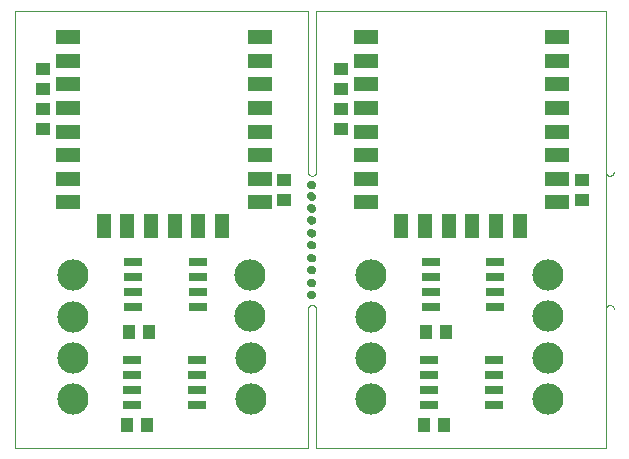
<source format=gts>
G75*
%MOIN*%
%OFA0B0*%
%FSLAX25Y25*%
%IPPOS*%
%LPD*%
%AMOC8*
5,1,8,0,0,1.08239X$1,22.5*
%
%ADD10C,0.00000*%
%ADD11C,0.02762*%
%ADD12R,0.08274X0.05124*%
%ADD13R,0.05124X0.08274*%
%ADD14R,0.06400X0.02800*%
%ADD15C,0.10400*%
%ADD16R,0.04731X0.04337*%
%ADD17R,0.04337X0.04731*%
D10*
X0003787Y0004287D02*
X0003787Y0149957D01*
X0101425Y0149957D01*
X0101425Y0096413D01*
X0101427Y0096340D01*
X0101433Y0096267D01*
X0101443Y0096194D01*
X0101456Y0096122D01*
X0101474Y0096050D01*
X0101495Y0095980D01*
X0101520Y0095911D01*
X0101548Y0095844D01*
X0101580Y0095778D01*
X0101616Y0095713D01*
X0101655Y0095651D01*
X0101697Y0095591D01*
X0101742Y0095533D01*
X0101790Y0095478D01*
X0101842Y0095426D01*
X0101896Y0095376D01*
X0101952Y0095329D01*
X0102011Y0095285D01*
X0102072Y0095245D01*
X0102135Y0095208D01*
X0102200Y0095174D01*
X0102267Y0095143D01*
X0102336Y0095117D01*
X0102405Y0095094D01*
X0102476Y0095074D01*
X0102548Y0095059D01*
X0102620Y0095047D01*
X0102693Y0095039D01*
X0102766Y0095035D01*
X0102840Y0095035D01*
X0102913Y0095039D01*
X0102986Y0095047D01*
X0103058Y0095059D01*
X0103130Y0095074D01*
X0103201Y0095094D01*
X0103270Y0095117D01*
X0103339Y0095143D01*
X0103406Y0095174D01*
X0103471Y0095208D01*
X0103534Y0095245D01*
X0103595Y0095285D01*
X0103654Y0095329D01*
X0103710Y0095376D01*
X0103764Y0095426D01*
X0103816Y0095478D01*
X0103864Y0095533D01*
X0103909Y0095591D01*
X0103951Y0095651D01*
X0103990Y0095713D01*
X0104026Y0095778D01*
X0104058Y0095844D01*
X0104086Y0095911D01*
X0104111Y0095980D01*
X0104132Y0096050D01*
X0104150Y0096122D01*
X0104163Y0096194D01*
X0104173Y0096267D01*
X0104179Y0096340D01*
X0104181Y0096413D01*
X0104181Y0149957D01*
X0200638Y0149957D01*
X0200638Y0096413D01*
X0200638Y0050744D01*
X0200638Y0004287D01*
X0104181Y0004287D01*
X0104181Y0050744D01*
X0104169Y0050816D01*
X0104153Y0050888D01*
X0104133Y0050959D01*
X0104109Y0051029D01*
X0104082Y0051097D01*
X0104051Y0051164D01*
X0104016Y0051229D01*
X0103978Y0051293D01*
X0103937Y0051354D01*
X0103893Y0051413D01*
X0103846Y0051469D01*
X0103796Y0051523D01*
X0103743Y0051574D01*
X0103687Y0051622D01*
X0103629Y0051668D01*
X0103568Y0051710D01*
X0103506Y0051749D01*
X0103441Y0051784D01*
X0103375Y0051816D01*
X0103307Y0051845D01*
X0103238Y0051869D01*
X0103167Y0051891D01*
X0103095Y0051908D01*
X0103023Y0051921D01*
X0102950Y0051931D01*
X0102877Y0051937D01*
X0102803Y0051939D01*
X0102729Y0051937D01*
X0102656Y0051931D01*
X0102583Y0051921D01*
X0102511Y0051908D01*
X0102439Y0051891D01*
X0102368Y0051869D01*
X0102299Y0051845D01*
X0102231Y0051816D01*
X0102165Y0051784D01*
X0102100Y0051749D01*
X0102038Y0051710D01*
X0101977Y0051668D01*
X0101919Y0051622D01*
X0101863Y0051574D01*
X0101810Y0051523D01*
X0101760Y0051469D01*
X0101713Y0051413D01*
X0101669Y0051354D01*
X0101628Y0051293D01*
X0101590Y0051229D01*
X0101555Y0051164D01*
X0101524Y0051097D01*
X0101497Y0051029D01*
X0101473Y0050959D01*
X0101453Y0050888D01*
X0101437Y0050816D01*
X0101425Y0050744D01*
X0101425Y0004287D01*
X0003787Y0004287D01*
X0101425Y0055469D02*
X0101427Y0055538D01*
X0101433Y0055606D01*
X0101443Y0055674D01*
X0101457Y0055741D01*
X0101475Y0055808D01*
X0101496Y0055873D01*
X0101522Y0055937D01*
X0101551Y0055999D01*
X0101583Y0056059D01*
X0101619Y0056118D01*
X0101659Y0056174D01*
X0101701Y0056228D01*
X0101747Y0056279D01*
X0101796Y0056328D01*
X0101847Y0056374D01*
X0101901Y0056416D01*
X0101957Y0056456D01*
X0102015Y0056492D01*
X0102076Y0056524D01*
X0102138Y0056553D01*
X0102202Y0056579D01*
X0102267Y0056600D01*
X0102334Y0056618D01*
X0102401Y0056632D01*
X0102469Y0056642D01*
X0102537Y0056648D01*
X0102606Y0056650D01*
X0102675Y0056648D01*
X0102743Y0056642D01*
X0102811Y0056632D01*
X0102878Y0056618D01*
X0102945Y0056600D01*
X0103010Y0056579D01*
X0103074Y0056553D01*
X0103136Y0056524D01*
X0103196Y0056492D01*
X0103255Y0056456D01*
X0103311Y0056416D01*
X0103365Y0056374D01*
X0103416Y0056328D01*
X0103465Y0056279D01*
X0103511Y0056228D01*
X0103553Y0056174D01*
X0103593Y0056118D01*
X0103629Y0056059D01*
X0103661Y0055999D01*
X0103690Y0055937D01*
X0103716Y0055873D01*
X0103737Y0055808D01*
X0103755Y0055741D01*
X0103769Y0055674D01*
X0103779Y0055606D01*
X0103785Y0055538D01*
X0103787Y0055469D01*
X0103785Y0055400D01*
X0103779Y0055332D01*
X0103769Y0055264D01*
X0103755Y0055197D01*
X0103737Y0055130D01*
X0103716Y0055065D01*
X0103690Y0055001D01*
X0103661Y0054939D01*
X0103629Y0054878D01*
X0103593Y0054820D01*
X0103553Y0054764D01*
X0103511Y0054710D01*
X0103465Y0054659D01*
X0103416Y0054610D01*
X0103365Y0054564D01*
X0103311Y0054522D01*
X0103255Y0054482D01*
X0103197Y0054446D01*
X0103136Y0054414D01*
X0103074Y0054385D01*
X0103010Y0054359D01*
X0102945Y0054338D01*
X0102878Y0054320D01*
X0102811Y0054306D01*
X0102743Y0054296D01*
X0102675Y0054290D01*
X0102606Y0054288D01*
X0102537Y0054290D01*
X0102469Y0054296D01*
X0102401Y0054306D01*
X0102334Y0054320D01*
X0102267Y0054338D01*
X0102202Y0054359D01*
X0102138Y0054385D01*
X0102076Y0054414D01*
X0102015Y0054446D01*
X0101957Y0054482D01*
X0101901Y0054522D01*
X0101847Y0054564D01*
X0101796Y0054610D01*
X0101747Y0054659D01*
X0101701Y0054710D01*
X0101659Y0054764D01*
X0101619Y0054820D01*
X0101583Y0054878D01*
X0101551Y0054939D01*
X0101522Y0055001D01*
X0101496Y0055065D01*
X0101475Y0055130D01*
X0101457Y0055197D01*
X0101443Y0055264D01*
X0101433Y0055332D01*
X0101427Y0055400D01*
X0101425Y0055469D01*
X0101425Y0059406D02*
X0101427Y0059475D01*
X0101433Y0059543D01*
X0101443Y0059611D01*
X0101457Y0059678D01*
X0101475Y0059745D01*
X0101496Y0059810D01*
X0101522Y0059874D01*
X0101551Y0059936D01*
X0101583Y0059996D01*
X0101619Y0060055D01*
X0101659Y0060111D01*
X0101701Y0060165D01*
X0101747Y0060216D01*
X0101796Y0060265D01*
X0101847Y0060311D01*
X0101901Y0060353D01*
X0101957Y0060393D01*
X0102015Y0060429D01*
X0102076Y0060461D01*
X0102138Y0060490D01*
X0102202Y0060516D01*
X0102267Y0060537D01*
X0102334Y0060555D01*
X0102401Y0060569D01*
X0102469Y0060579D01*
X0102537Y0060585D01*
X0102606Y0060587D01*
X0102675Y0060585D01*
X0102743Y0060579D01*
X0102811Y0060569D01*
X0102878Y0060555D01*
X0102945Y0060537D01*
X0103010Y0060516D01*
X0103074Y0060490D01*
X0103136Y0060461D01*
X0103196Y0060429D01*
X0103255Y0060393D01*
X0103311Y0060353D01*
X0103365Y0060311D01*
X0103416Y0060265D01*
X0103465Y0060216D01*
X0103511Y0060165D01*
X0103553Y0060111D01*
X0103593Y0060055D01*
X0103629Y0059996D01*
X0103661Y0059936D01*
X0103690Y0059874D01*
X0103716Y0059810D01*
X0103737Y0059745D01*
X0103755Y0059678D01*
X0103769Y0059611D01*
X0103779Y0059543D01*
X0103785Y0059475D01*
X0103787Y0059406D01*
X0103785Y0059337D01*
X0103779Y0059269D01*
X0103769Y0059201D01*
X0103755Y0059134D01*
X0103737Y0059067D01*
X0103716Y0059002D01*
X0103690Y0058938D01*
X0103661Y0058876D01*
X0103629Y0058815D01*
X0103593Y0058757D01*
X0103553Y0058701D01*
X0103511Y0058647D01*
X0103465Y0058596D01*
X0103416Y0058547D01*
X0103365Y0058501D01*
X0103311Y0058459D01*
X0103255Y0058419D01*
X0103197Y0058383D01*
X0103136Y0058351D01*
X0103074Y0058322D01*
X0103010Y0058296D01*
X0102945Y0058275D01*
X0102878Y0058257D01*
X0102811Y0058243D01*
X0102743Y0058233D01*
X0102675Y0058227D01*
X0102606Y0058225D01*
X0102537Y0058227D01*
X0102469Y0058233D01*
X0102401Y0058243D01*
X0102334Y0058257D01*
X0102267Y0058275D01*
X0102202Y0058296D01*
X0102138Y0058322D01*
X0102076Y0058351D01*
X0102015Y0058383D01*
X0101957Y0058419D01*
X0101901Y0058459D01*
X0101847Y0058501D01*
X0101796Y0058547D01*
X0101747Y0058596D01*
X0101701Y0058647D01*
X0101659Y0058701D01*
X0101619Y0058757D01*
X0101583Y0058815D01*
X0101551Y0058876D01*
X0101522Y0058938D01*
X0101496Y0059002D01*
X0101475Y0059067D01*
X0101457Y0059134D01*
X0101443Y0059201D01*
X0101433Y0059269D01*
X0101427Y0059337D01*
X0101425Y0059406D01*
X0101425Y0063736D02*
X0101427Y0063805D01*
X0101433Y0063873D01*
X0101443Y0063941D01*
X0101457Y0064008D01*
X0101475Y0064075D01*
X0101496Y0064140D01*
X0101522Y0064204D01*
X0101551Y0064266D01*
X0101583Y0064326D01*
X0101619Y0064385D01*
X0101659Y0064441D01*
X0101701Y0064495D01*
X0101747Y0064546D01*
X0101796Y0064595D01*
X0101847Y0064641D01*
X0101901Y0064683D01*
X0101957Y0064723D01*
X0102015Y0064759D01*
X0102076Y0064791D01*
X0102138Y0064820D01*
X0102202Y0064846D01*
X0102267Y0064867D01*
X0102334Y0064885D01*
X0102401Y0064899D01*
X0102469Y0064909D01*
X0102537Y0064915D01*
X0102606Y0064917D01*
X0102675Y0064915D01*
X0102743Y0064909D01*
X0102811Y0064899D01*
X0102878Y0064885D01*
X0102945Y0064867D01*
X0103010Y0064846D01*
X0103074Y0064820D01*
X0103136Y0064791D01*
X0103196Y0064759D01*
X0103255Y0064723D01*
X0103311Y0064683D01*
X0103365Y0064641D01*
X0103416Y0064595D01*
X0103465Y0064546D01*
X0103511Y0064495D01*
X0103553Y0064441D01*
X0103593Y0064385D01*
X0103629Y0064326D01*
X0103661Y0064266D01*
X0103690Y0064204D01*
X0103716Y0064140D01*
X0103737Y0064075D01*
X0103755Y0064008D01*
X0103769Y0063941D01*
X0103779Y0063873D01*
X0103785Y0063805D01*
X0103787Y0063736D01*
X0103785Y0063667D01*
X0103779Y0063599D01*
X0103769Y0063531D01*
X0103755Y0063464D01*
X0103737Y0063397D01*
X0103716Y0063332D01*
X0103690Y0063268D01*
X0103661Y0063206D01*
X0103629Y0063145D01*
X0103593Y0063087D01*
X0103553Y0063031D01*
X0103511Y0062977D01*
X0103465Y0062926D01*
X0103416Y0062877D01*
X0103365Y0062831D01*
X0103311Y0062789D01*
X0103255Y0062749D01*
X0103197Y0062713D01*
X0103136Y0062681D01*
X0103074Y0062652D01*
X0103010Y0062626D01*
X0102945Y0062605D01*
X0102878Y0062587D01*
X0102811Y0062573D01*
X0102743Y0062563D01*
X0102675Y0062557D01*
X0102606Y0062555D01*
X0102537Y0062557D01*
X0102469Y0062563D01*
X0102401Y0062573D01*
X0102334Y0062587D01*
X0102267Y0062605D01*
X0102202Y0062626D01*
X0102138Y0062652D01*
X0102076Y0062681D01*
X0102015Y0062713D01*
X0101957Y0062749D01*
X0101901Y0062789D01*
X0101847Y0062831D01*
X0101796Y0062877D01*
X0101747Y0062926D01*
X0101701Y0062977D01*
X0101659Y0063031D01*
X0101619Y0063087D01*
X0101583Y0063145D01*
X0101551Y0063206D01*
X0101522Y0063268D01*
X0101496Y0063332D01*
X0101475Y0063397D01*
X0101457Y0063464D01*
X0101443Y0063531D01*
X0101433Y0063599D01*
X0101427Y0063667D01*
X0101425Y0063736D01*
X0101425Y0067673D02*
X0101427Y0067742D01*
X0101433Y0067810D01*
X0101443Y0067878D01*
X0101457Y0067945D01*
X0101475Y0068012D01*
X0101496Y0068077D01*
X0101522Y0068141D01*
X0101551Y0068203D01*
X0101583Y0068263D01*
X0101619Y0068322D01*
X0101659Y0068378D01*
X0101701Y0068432D01*
X0101747Y0068483D01*
X0101796Y0068532D01*
X0101847Y0068578D01*
X0101901Y0068620D01*
X0101957Y0068660D01*
X0102015Y0068696D01*
X0102076Y0068728D01*
X0102138Y0068757D01*
X0102202Y0068783D01*
X0102267Y0068804D01*
X0102334Y0068822D01*
X0102401Y0068836D01*
X0102469Y0068846D01*
X0102537Y0068852D01*
X0102606Y0068854D01*
X0102675Y0068852D01*
X0102743Y0068846D01*
X0102811Y0068836D01*
X0102878Y0068822D01*
X0102945Y0068804D01*
X0103010Y0068783D01*
X0103074Y0068757D01*
X0103136Y0068728D01*
X0103196Y0068696D01*
X0103255Y0068660D01*
X0103311Y0068620D01*
X0103365Y0068578D01*
X0103416Y0068532D01*
X0103465Y0068483D01*
X0103511Y0068432D01*
X0103553Y0068378D01*
X0103593Y0068322D01*
X0103629Y0068263D01*
X0103661Y0068203D01*
X0103690Y0068141D01*
X0103716Y0068077D01*
X0103737Y0068012D01*
X0103755Y0067945D01*
X0103769Y0067878D01*
X0103779Y0067810D01*
X0103785Y0067742D01*
X0103787Y0067673D01*
X0103785Y0067604D01*
X0103779Y0067536D01*
X0103769Y0067468D01*
X0103755Y0067401D01*
X0103737Y0067334D01*
X0103716Y0067269D01*
X0103690Y0067205D01*
X0103661Y0067143D01*
X0103629Y0067082D01*
X0103593Y0067024D01*
X0103553Y0066968D01*
X0103511Y0066914D01*
X0103465Y0066863D01*
X0103416Y0066814D01*
X0103365Y0066768D01*
X0103311Y0066726D01*
X0103255Y0066686D01*
X0103197Y0066650D01*
X0103136Y0066618D01*
X0103074Y0066589D01*
X0103010Y0066563D01*
X0102945Y0066542D01*
X0102878Y0066524D01*
X0102811Y0066510D01*
X0102743Y0066500D01*
X0102675Y0066494D01*
X0102606Y0066492D01*
X0102537Y0066494D01*
X0102469Y0066500D01*
X0102401Y0066510D01*
X0102334Y0066524D01*
X0102267Y0066542D01*
X0102202Y0066563D01*
X0102138Y0066589D01*
X0102076Y0066618D01*
X0102015Y0066650D01*
X0101957Y0066686D01*
X0101901Y0066726D01*
X0101847Y0066768D01*
X0101796Y0066814D01*
X0101747Y0066863D01*
X0101701Y0066914D01*
X0101659Y0066968D01*
X0101619Y0067024D01*
X0101583Y0067082D01*
X0101551Y0067143D01*
X0101522Y0067205D01*
X0101496Y0067269D01*
X0101475Y0067334D01*
X0101457Y0067401D01*
X0101443Y0067468D01*
X0101433Y0067536D01*
X0101427Y0067604D01*
X0101425Y0067673D01*
X0101425Y0072004D02*
X0101427Y0072073D01*
X0101433Y0072141D01*
X0101443Y0072209D01*
X0101457Y0072276D01*
X0101475Y0072343D01*
X0101496Y0072408D01*
X0101522Y0072472D01*
X0101551Y0072534D01*
X0101583Y0072594D01*
X0101619Y0072653D01*
X0101659Y0072709D01*
X0101701Y0072763D01*
X0101747Y0072814D01*
X0101796Y0072863D01*
X0101847Y0072909D01*
X0101901Y0072951D01*
X0101957Y0072991D01*
X0102015Y0073027D01*
X0102076Y0073059D01*
X0102138Y0073088D01*
X0102202Y0073114D01*
X0102267Y0073135D01*
X0102334Y0073153D01*
X0102401Y0073167D01*
X0102469Y0073177D01*
X0102537Y0073183D01*
X0102606Y0073185D01*
X0102675Y0073183D01*
X0102743Y0073177D01*
X0102811Y0073167D01*
X0102878Y0073153D01*
X0102945Y0073135D01*
X0103010Y0073114D01*
X0103074Y0073088D01*
X0103136Y0073059D01*
X0103196Y0073027D01*
X0103255Y0072991D01*
X0103311Y0072951D01*
X0103365Y0072909D01*
X0103416Y0072863D01*
X0103465Y0072814D01*
X0103511Y0072763D01*
X0103553Y0072709D01*
X0103593Y0072653D01*
X0103629Y0072594D01*
X0103661Y0072534D01*
X0103690Y0072472D01*
X0103716Y0072408D01*
X0103737Y0072343D01*
X0103755Y0072276D01*
X0103769Y0072209D01*
X0103779Y0072141D01*
X0103785Y0072073D01*
X0103787Y0072004D01*
X0103785Y0071935D01*
X0103779Y0071867D01*
X0103769Y0071799D01*
X0103755Y0071732D01*
X0103737Y0071665D01*
X0103716Y0071600D01*
X0103690Y0071536D01*
X0103661Y0071474D01*
X0103629Y0071413D01*
X0103593Y0071355D01*
X0103553Y0071299D01*
X0103511Y0071245D01*
X0103465Y0071194D01*
X0103416Y0071145D01*
X0103365Y0071099D01*
X0103311Y0071057D01*
X0103255Y0071017D01*
X0103197Y0070981D01*
X0103136Y0070949D01*
X0103074Y0070920D01*
X0103010Y0070894D01*
X0102945Y0070873D01*
X0102878Y0070855D01*
X0102811Y0070841D01*
X0102743Y0070831D01*
X0102675Y0070825D01*
X0102606Y0070823D01*
X0102537Y0070825D01*
X0102469Y0070831D01*
X0102401Y0070841D01*
X0102334Y0070855D01*
X0102267Y0070873D01*
X0102202Y0070894D01*
X0102138Y0070920D01*
X0102076Y0070949D01*
X0102015Y0070981D01*
X0101957Y0071017D01*
X0101901Y0071057D01*
X0101847Y0071099D01*
X0101796Y0071145D01*
X0101747Y0071194D01*
X0101701Y0071245D01*
X0101659Y0071299D01*
X0101619Y0071355D01*
X0101583Y0071413D01*
X0101551Y0071474D01*
X0101522Y0071536D01*
X0101496Y0071600D01*
X0101475Y0071665D01*
X0101457Y0071732D01*
X0101443Y0071799D01*
X0101433Y0071867D01*
X0101427Y0071935D01*
X0101425Y0072004D01*
X0101425Y0075941D02*
X0101427Y0076010D01*
X0101433Y0076078D01*
X0101443Y0076146D01*
X0101457Y0076213D01*
X0101475Y0076280D01*
X0101496Y0076345D01*
X0101522Y0076409D01*
X0101551Y0076471D01*
X0101583Y0076531D01*
X0101619Y0076590D01*
X0101659Y0076646D01*
X0101701Y0076700D01*
X0101747Y0076751D01*
X0101796Y0076800D01*
X0101847Y0076846D01*
X0101901Y0076888D01*
X0101957Y0076928D01*
X0102015Y0076964D01*
X0102076Y0076996D01*
X0102138Y0077025D01*
X0102202Y0077051D01*
X0102267Y0077072D01*
X0102334Y0077090D01*
X0102401Y0077104D01*
X0102469Y0077114D01*
X0102537Y0077120D01*
X0102606Y0077122D01*
X0102675Y0077120D01*
X0102743Y0077114D01*
X0102811Y0077104D01*
X0102878Y0077090D01*
X0102945Y0077072D01*
X0103010Y0077051D01*
X0103074Y0077025D01*
X0103136Y0076996D01*
X0103196Y0076964D01*
X0103255Y0076928D01*
X0103311Y0076888D01*
X0103365Y0076846D01*
X0103416Y0076800D01*
X0103465Y0076751D01*
X0103511Y0076700D01*
X0103553Y0076646D01*
X0103593Y0076590D01*
X0103629Y0076531D01*
X0103661Y0076471D01*
X0103690Y0076409D01*
X0103716Y0076345D01*
X0103737Y0076280D01*
X0103755Y0076213D01*
X0103769Y0076146D01*
X0103779Y0076078D01*
X0103785Y0076010D01*
X0103787Y0075941D01*
X0103785Y0075872D01*
X0103779Y0075804D01*
X0103769Y0075736D01*
X0103755Y0075669D01*
X0103737Y0075602D01*
X0103716Y0075537D01*
X0103690Y0075473D01*
X0103661Y0075411D01*
X0103629Y0075350D01*
X0103593Y0075292D01*
X0103553Y0075236D01*
X0103511Y0075182D01*
X0103465Y0075131D01*
X0103416Y0075082D01*
X0103365Y0075036D01*
X0103311Y0074994D01*
X0103255Y0074954D01*
X0103197Y0074918D01*
X0103136Y0074886D01*
X0103074Y0074857D01*
X0103010Y0074831D01*
X0102945Y0074810D01*
X0102878Y0074792D01*
X0102811Y0074778D01*
X0102743Y0074768D01*
X0102675Y0074762D01*
X0102606Y0074760D01*
X0102537Y0074762D01*
X0102469Y0074768D01*
X0102401Y0074778D01*
X0102334Y0074792D01*
X0102267Y0074810D01*
X0102202Y0074831D01*
X0102138Y0074857D01*
X0102076Y0074886D01*
X0102015Y0074918D01*
X0101957Y0074954D01*
X0101901Y0074994D01*
X0101847Y0075036D01*
X0101796Y0075082D01*
X0101747Y0075131D01*
X0101701Y0075182D01*
X0101659Y0075236D01*
X0101619Y0075292D01*
X0101583Y0075350D01*
X0101551Y0075411D01*
X0101522Y0075473D01*
X0101496Y0075537D01*
X0101475Y0075602D01*
X0101457Y0075669D01*
X0101443Y0075736D01*
X0101433Y0075804D01*
X0101427Y0075872D01*
X0101425Y0075941D01*
X0101425Y0080272D02*
X0101427Y0080341D01*
X0101433Y0080409D01*
X0101443Y0080477D01*
X0101457Y0080544D01*
X0101475Y0080611D01*
X0101496Y0080676D01*
X0101522Y0080740D01*
X0101551Y0080802D01*
X0101583Y0080862D01*
X0101619Y0080921D01*
X0101659Y0080977D01*
X0101701Y0081031D01*
X0101747Y0081082D01*
X0101796Y0081131D01*
X0101847Y0081177D01*
X0101901Y0081219D01*
X0101957Y0081259D01*
X0102015Y0081295D01*
X0102076Y0081327D01*
X0102138Y0081356D01*
X0102202Y0081382D01*
X0102267Y0081403D01*
X0102334Y0081421D01*
X0102401Y0081435D01*
X0102469Y0081445D01*
X0102537Y0081451D01*
X0102606Y0081453D01*
X0102675Y0081451D01*
X0102743Y0081445D01*
X0102811Y0081435D01*
X0102878Y0081421D01*
X0102945Y0081403D01*
X0103010Y0081382D01*
X0103074Y0081356D01*
X0103136Y0081327D01*
X0103196Y0081295D01*
X0103255Y0081259D01*
X0103311Y0081219D01*
X0103365Y0081177D01*
X0103416Y0081131D01*
X0103465Y0081082D01*
X0103511Y0081031D01*
X0103553Y0080977D01*
X0103593Y0080921D01*
X0103629Y0080862D01*
X0103661Y0080802D01*
X0103690Y0080740D01*
X0103716Y0080676D01*
X0103737Y0080611D01*
X0103755Y0080544D01*
X0103769Y0080477D01*
X0103779Y0080409D01*
X0103785Y0080341D01*
X0103787Y0080272D01*
X0103785Y0080203D01*
X0103779Y0080135D01*
X0103769Y0080067D01*
X0103755Y0080000D01*
X0103737Y0079933D01*
X0103716Y0079868D01*
X0103690Y0079804D01*
X0103661Y0079742D01*
X0103629Y0079681D01*
X0103593Y0079623D01*
X0103553Y0079567D01*
X0103511Y0079513D01*
X0103465Y0079462D01*
X0103416Y0079413D01*
X0103365Y0079367D01*
X0103311Y0079325D01*
X0103255Y0079285D01*
X0103197Y0079249D01*
X0103136Y0079217D01*
X0103074Y0079188D01*
X0103010Y0079162D01*
X0102945Y0079141D01*
X0102878Y0079123D01*
X0102811Y0079109D01*
X0102743Y0079099D01*
X0102675Y0079093D01*
X0102606Y0079091D01*
X0102537Y0079093D01*
X0102469Y0079099D01*
X0102401Y0079109D01*
X0102334Y0079123D01*
X0102267Y0079141D01*
X0102202Y0079162D01*
X0102138Y0079188D01*
X0102076Y0079217D01*
X0102015Y0079249D01*
X0101957Y0079285D01*
X0101901Y0079325D01*
X0101847Y0079367D01*
X0101796Y0079413D01*
X0101747Y0079462D01*
X0101701Y0079513D01*
X0101659Y0079567D01*
X0101619Y0079623D01*
X0101583Y0079681D01*
X0101551Y0079742D01*
X0101522Y0079804D01*
X0101496Y0079868D01*
X0101475Y0079933D01*
X0101457Y0080000D01*
X0101443Y0080067D01*
X0101433Y0080135D01*
X0101427Y0080203D01*
X0101425Y0080272D01*
X0101425Y0084209D02*
X0101427Y0084278D01*
X0101433Y0084346D01*
X0101443Y0084414D01*
X0101457Y0084481D01*
X0101475Y0084548D01*
X0101496Y0084613D01*
X0101522Y0084677D01*
X0101551Y0084739D01*
X0101583Y0084799D01*
X0101619Y0084858D01*
X0101659Y0084914D01*
X0101701Y0084968D01*
X0101747Y0085019D01*
X0101796Y0085068D01*
X0101847Y0085114D01*
X0101901Y0085156D01*
X0101957Y0085196D01*
X0102015Y0085232D01*
X0102076Y0085264D01*
X0102138Y0085293D01*
X0102202Y0085319D01*
X0102267Y0085340D01*
X0102334Y0085358D01*
X0102401Y0085372D01*
X0102469Y0085382D01*
X0102537Y0085388D01*
X0102606Y0085390D01*
X0102675Y0085388D01*
X0102743Y0085382D01*
X0102811Y0085372D01*
X0102878Y0085358D01*
X0102945Y0085340D01*
X0103010Y0085319D01*
X0103074Y0085293D01*
X0103136Y0085264D01*
X0103196Y0085232D01*
X0103255Y0085196D01*
X0103311Y0085156D01*
X0103365Y0085114D01*
X0103416Y0085068D01*
X0103465Y0085019D01*
X0103511Y0084968D01*
X0103553Y0084914D01*
X0103593Y0084858D01*
X0103629Y0084799D01*
X0103661Y0084739D01*
X0103690Y0084677D01*
X0103716Y0084613D01*
X0103737Y0084548D01*
X0103755Y0084481D01*
X0103769Y0084414D01*
X0103779Y0084346D01*
X0103785Y0084278D01*
X0103787Y0084209D01*
X0103785Y0084140D01*
X0103779Y0084072D01*
X0103769Y0084004D01*
X0103755Y0083937D01*
X0103737Y0083870D01*
X0103716Y0083805D01*
X0103690Y0083741D01*
X0103661Y0083679D01*
X0103629Y0083618D01*
X0103593Y0083560D01*
X0103553Y0083504D01*
X0103511Y0083450D01*
X0103465Y0083399D01*
X0103416Y0083350D01*
X0103365Y0083304D01*
X0103311Y0083262D01*
X0103255Y0083222D01*
X0103197Y0083186D01*
X0103136Y0083154D01*
X0103074Y0083125D01*
X0103010Y0083099D01*
X0102945Y0083078D01*
X0102878Y0083060D01*
X0102811Y0083046D01*
X0102743Y0083036D01*
X0102675Y0083030D01*
X0102606Y0083028D01*
X0102537Y0083030D01*
X0102469Y0083036D01*
X0102401Y0083046D01*
X0102334Y0083060D01*
X0102267Y0083078D01*
X0102202Y0083099D01*
X0102138Y0083125D01*
X0102076Y0083154D01*
X0102015Y0083186D01*
X0101957Y0083222D01*
X0101901Y0083262D01*
X0101847Y0083304D01*
X0101796Y0083350D01*
X0101747Y0083399D01*
X0101701Y0083450D01*
X0101659Y0083504D01*
X0101619Y0083560D01*
X0101583Y0083618D01*
X0101551Y0083679D01*
X0101522Y0083741D01*
X0101496Y0083805D01*
X0101475Y0083870D01*
X0101457Y0083937D01*
X0101443Y0084004D01*
X0101433Y0084072D01*
X0101427Y0084140D01*
X0101425Y0084209D01*
X0101425Y0088146D02*
X0101427Y0088215D01*
X0101433Y0088283D01*
X0101443Y0088351D01*
X0101457Y0088418D01*
X0101475Y0088485D01*
X0101496Y0088550D01*
X0101522Y0088614D01*
X0101551Y0088676D01*
X0101583Y0088736D01*
X0101619Y0088795D01*
X0101659Y0088851D01*
X0101701Y0088905D01*
X0101747Y0088956D01*
X0101796Y0089005D01*
X0101847Y0089051D01*
X0101901Y0089093D01*
X0101957Y0089133D01*
X0102015Y0089169D01*
X0102076Y0089201D01*
X0102138Y0089230D01*
X0102202Y0089256D01*
X0102267Y0089277D01*
X0102334Y0089295D01*
X0102401Y0089309D01*
X0102469Y0089319D01*
X0102537Y0089325D01*
X0102606Y0089327D01*
X0102675Y0089325D01*
X0102743Y0089319D01*
X0102811Y0089309D01*
X0102878Y0089295D01*
X0102945Y0089277D01*
X0103010Y0089256D01*
X0103074Y0089230D01*
X0103136Y0089201D01*
X0103196Y0089169D01*
X0103255Y0089133D01*
X0103311Y0089093D01*
X0103365Y0089051D01*
X0103416Y0089005D01*
X0103465Y0088956D01*
X0103511Y0088905D01*
X0103553Y0088851D01*
X0103593Y0088795D01*
X0103629Y0088736D01*
X0103661Y0088676D01*
X0103690Y0088614D01*
X0103716Y0088550D01*
X0103737Y0088485D01*
X0103755Y0088418D01*
X0103769Y0088351D01*
X0103779Y0088283D01*
X0103785Y0088215D01*
X0103787Y0088146D01*
X0103785Y0088077D01*
X0103779Y0088009D01*
X0103769Y0087941D01*
X0103755Y0087874D01*
X0103737Y0087807D01*
X0103716Y0087742D01*
X0103690Y0087678D01*
X0103661Y0087616D01*
X0103629Y0087555D01*
X0103593Y0087497D01*
X0103553Y0087441D01*
X0103511Y0087387D01*
X0103465Y0087336D01*
X0103416Y0087287D01*
X0103365Y0087241D01*
X0103311Y0087199D01*
X0103255Y0087159D01*
X0103197Y0087123D01*
X0103136Y0087091D01*
X0103074Y0087062D01*
X0103010Y0087036D01*
X0102945Y0087015D01*
X0102878Y0086997D01*
X0102811Y0086983D01*
X0102743Y0086973D01*
X0102675Y0086967D01*
X0102606Y0086965D01*
X0102537Y0086967D01*
X0102469Y0086973D01*
X0102401Y0086983D01*
X0102334Y0086997D01*
X0102267Y0087015D01*
X0102202Y0087036D01*
X0102138Y0087062D01*
X0102076Y0087091D01*
X0102015Y0087123D01*
X0101957Y0087159D01*
X0101901Y0087199D01*
X0101847Y0087241D01*
X0101796Y0087287D01*
X0101747Y0087336D01*
X0101701Y0087387D01*
X0101659Y0087441D01*
X0101619Y0087497D01*
X0101583Y0087555D01*
X0101551Y0087616D01*
X0101522Y0087678D01*
X0101496Y0087742D01*
X0101475Y0087807D01*
X0101457Y0087874D01*
X0101443Y0087941D01*
X0101433Y0088009D01*
X0101427Y0088077D01*
X0101425Y0088146D01*
X0101425Y0092083D02*
X0101427Y0092152D01*
X0101433Y0092220D01*
X0101443Y0092288D01*
X0101457Y0092355D01*
X0101475Y0092422D01*
X0101496Y0092487D01*
X0101522Y0092551D01*
X0101551Y0092613D01*
X0101583Y0092673D01*
X0101619Y0092732D01*
X0101659Y0092788D01*
X0101701Y0092842D01*
X0101747Y0092893D01*
X0101796Y0092942D01*
X0101847Y0092988D01*
X0101901Y0093030D01*
X0101957Y0093070D01*
X0102015Y0093106D01*
X0102076Y0093138D01*
X0102138Y0093167D01*
X0102202Y0093193D01*
X0102267Y0093214D01*
X0102334Y0093232D01*
X0102401Y0093246D01*
X0102469Y0093256D01*
X0102537Y0093262D01*
X0102606Y0093264D01*
X0102675Y0093262D01*
X0102743Y0093256D01*
X0102811Y0093246D01*
X0102878Y0093232D01*
X0102945Y0093214D01*
X0103010Y0093193D01*
X0103074Y0093167D01*
X0103136Y0093138D01*
X0103196Y0093106D01*
X0103255Y0093070D01*
X0103311Y0093030D01*
X0103365Y0092988D01*
X0103416Y0092942D01*
X0103465Y0092893D01*
X0103511Y0092842D01*
X0103553Y0092788D01*
X0103593Y0092732D01*
X0103629Y0092673D01*
X0103661Y0092613D01*
X0103690Y0092551D01*
X0103716Y0092487D01*
X0103737Y0092422D01*
X0103755Y0092355D01*
X0103769Y0092288D01*
X0103779Y0092220D01*
X0103785Y0092152D01*
X0103787Y0092083D01*
X0103785Y0092014D01*
X0103779Y0091946D01*
X0103769Y0091878D01*
X0103755Y0091811D01*
X0103737Y0091744D01*
X0103716Y0091679D01*
X0103690Y0091615D01*
X0103661Y0091553D01*
X0103629Y0091492D01*
X0103593Y0091434D01*
X0103553Y0091378D01*
X0103511Y0091324D01*
X0103465Y0091273D01*
X0103416Y0091224D01*
X0103365Y0091178D01*
X0103311Y0091136D01*
X0103255Y0091096D01*
X0103197Y0091060D01*
X0103136Y0091028D01*
X0103074Y0090999D01*
X0103010Y0090973D01*
X0102945Y0090952D01*
X0102878Y0090934D01*
X0102811Y0090920D01*
X0102743Y0090910D01*
X0102675Y0090904D01*
X0102606Y0090902D01*
X0102537Y0090904D01*
X0102469Y0090910D01*
X0102401Y0090920D01*
X0102334Y0090934D01*
X0102267Y0090952D01*
X0102202Y0090973D01*
X0102138Y0090999D01*
X0102076Y0091028D01*
X0102015Y0091060D01*
X0101957Y0091096D01*
X0101901Y0091136D01*
X0101847Y0091178D01*
X0101796Y0091224D01*
X0101747Y0091273D01*
X0101701Y0091324D01*
X0101659Y0091378D01*
X0101619Y0091434D01*
X0101583Y0091492D01*
X0101551Y0091553D01*
X0101522Y0091615D01*
X0101496Y0091679D01*
X0101475Y0091744D01*
X0101457Y0091811D01*
X0101443Y0091878D01*
X0101433Y0091946D01*
X0101427Y0092014D01*
X0101425Y0092083D01*
X0200638Y0096413D02*
X0200640Y0096340D01*
X0200646Y0096267D01*
X0200656Y0096194D01*
X0200669Y0096122D01*
X0200687Y0096050D01*
X0200708Y0095980D01*
X0200733Y0095911D01*
X0200761Y0095844D01*
X0200793Y0095778D01*
X0200829Y0095713D01*
X0200868Y0095651D01*
X0200910Y0095591D01*
X0200955Y0095533D01*
X0201003Y0095478D01*
X0201055Y0095426D01*
X0201109Y0095376D01*
X0201165Y0095329D01*
X0201224Y0095285D01*
X0201285Y0095245D01*
X0201348Y0095208D01*
X0201413Y0095174D01*
X0201480Y0095143D01*
X0201549Y0095117D01*
X0201618Y0095094D01*
X0201689Y0095074D01*
X0201761Y0095059D01*
X0201833Y0095047D01*
X0201906Y0095039D01*
X0201979Y0095035D01*
X0202053Y0095035D01*
X0202126Y0095039D01*
X0202199Y0095047D01*
X0202271Y0095059D01*
X0202343Y0095074D01*
X0202414Y0095094D01*
X0202483Y0095117D01*
X0202552Y0095143D01*
X0202619Y0095174D01*
X0202684Y0095208D01*
X0202747Y0095245D01*
X0202808Y0095285D01*
X0202867Y0095329D01*
X0202923Y0095376D01*
X0202977Y0095426D01*
X0203029Y0095478D01*
X0203077Y0095533D01*
X0203122Y0095591D01*
X0203164Y0095651D01*
X0203203Y0095713D01*
X0203239Y0095778D01*
X0203271Y0095844D01*
X0203299Y0095911D01*
X0203324Y0095980D01*
X0203345Y0096050D01*
X0203363Y0096122D01*
X0203376Y0096194D01*
X0203386Y0096267D01*
X0203392Y0096340D01*
X0203394Y0096413D01*
X0203394Y0050744D02*
X0203382Y0050816D01*
X0203366Y0050888D01*
X0203346Y0050959D01*
X0203322Y0051029D01*
X0203295Y0051097D01*
X0203264Y0051164D01*
X0203229Y0051229D01*
X0203191Y0051293D01*
X0203150Y0051354D01*
X0203106Y0051413D01*
X0203059Y0051469D01*
X0203009Y0051523D01*
X0202956Y0051574D01*
X0202900Y0051622D01*
X0202842Y0051668D01*
X0202781Y0051710D01*
X0202719Y0051749D01*
X0202654Y0051784D01*
X0202588Y0051816D01*
X0202520Y0051845D01*
X0202451Y0051869D01*
X0202380Y0051891D01*
X0202308Y0051908D01*
X0202236Y0051921D01*
X0202163Y0051931D01*
X0202090Y0051937D01*
X0202016Y0051939D01*
X0201942Y0051937D01*
X0201869Y0051931D01*
X0201796Y0051921D01*
X0201724Y0051908D01*
X0201652Y0051891D01*
X0201581Y0051869D01*
X0201512Y0051845D01*
X0201444Y0051816D01*
X0201378Y0051784D01*
X0201313Y0051749D01*
X0201251Y0051710D01*
X0201190Y0051668D01*
X0201132Y0051622D01*
X0201076Y0051574D01*
X0201023Y0051523D01*
X0200973Y0051469D01*
X0200926Y0051413D01*
X0200882Y0051354D01*
X0200841Y0051293D01*
X0200803Y0051229D01*
X0200768Y0051164D01*
X0200737Y0051097D01*
X0200710Y0051029D01*
X0200686Y0050959D01*
X0200666Y0050888D01*
X0200650Y0050816D01*
X0200638Y0050744D01*
D11*
X0102606Y0055469D03*
X0102606Y0059406D03*
X0102606Y0063736D03*
X0102606Y0067673D03*
X0102606Y0072004D03*
X0102606Y0075941D03*
X0102606Y0080272D03*
X0102606Y0084209D03*
X0102606Y0088146D03*
X0102606Y0092083D03*
D12*
X0120795Y0094051D03*
X0120795Y0086177D03*
X0120795Y0101925D03*
X0120795Y0109799D03*
X0120795Y0117673D03*
X0120795Y0125547D03*
X0120795Y0133421D03*
X0120795Y0141295D03*
X0085362Y0141295D03*
X0085362Y0133421D03*
X0085362Y0125547D03*
X0085362Y0117673D03*
X0085362Y0109799D03*
X0085362Y0101925D03*
X0085362Y0094051D03*
X0085362Y0086177D03*
X0021583Y0086177D03*
X0021583Y0094051D03*
X0021583Y0101925D03*
X0021583Y0109799D03*
X0021583Y0117673D03*
X0021583Y0125547D03*
X0021583Y0133421D03*
X0021583Y0141295D03*
X0184575Y0141295D03*
X0184575Y0133421D03*
X0184575Y0125547D03*
X0184575Y0117673D03*
X0184575Y0109799D03*
X0184575Y0101925D03*
X0184575Y0094051D03*
X0184575Y0086177D03*
D13*
X0171976Y0078303D03*
X0164102Y0078303D03*
X0156228Y0078303D03*
X0148354Y0078303D03*
X0140480Y0078303D03*
X0132606Y0078303D03*
X0072764Y0078303D03*
X0064890Y0078303D03*
X0057016Y0078303D03*
X0049142Y0078303D03*
X0041268Y0078303D03*
X0033394Y0078303D03*
D14*
X0043106Y0066433D03*
X0043106Y0061433D03*
X0043106Y0056433D03*
X0043106Y0051433D03*
X0042712Y0033677D03*
X0042712Y0028677D03*
X0042712Y0023677D03*
X0042712Y0018677D03*
X0064312Y0018677D03*
X0064312Y0023677D03*
X0064312Y0028677D03*
X0064312Y0033677D03*
X0064706Y0051433D03*
X0064706Y0056433D03*
X0064706Y0061433D03*
X0064706Y0066433D03*
X0142318Y0066433D03*
X0142318Y0061433D03*
X0142318Y0056433D03*
X0142318Y0051433D03*
X0141924Y0033677D03*
X0141924Y0028677D03*
X0141924Y0023677D03*
X0141924Y0018677D03*
X0163524Y0018677D03*
X0163524Y0023677D03*
X0163524Y0028677D03*
X0163524Y0033677D03*
X0163918Y0051433D03*
X0163918Y0056433D03*
X0163918Y0061433D03*
X0163918Y0066433D03*
D15*
X0181425Y0061925D03*
X0181425Y0048146D03*
X0181583Y0034366D03*
X0181583Y0020587D03*
X0122370Y0020587D03*
X0122370Y0034366D03*
X0122370Y0048067D03*
X0122370Y0061846D03*
X0082213Y0061925D03*
X0082213Y0048146D03*
X0082370Y0034366D03*
X0082370Y0020587D03*
X0023157Y0020587D03*
X0023157Y0034366D03*
X0023157Y0048067D03*
X0023157Y0061846D03*
D16*
X0013197Y0110547D03*
X0013197Y0117240D03*
X0013197Y0123854D03*
X0013197Y0130547D03*
X0093591Y0093618D03*
X0093591Y0086925D03*
X0112409Y0110547D03*
X0112409Y0117240D03*
X0112409Y0123854D03*
X0112409Y0130547D03*
X0192803Y0093618D03*
X0192803Y0086925D03*
D17*
X0147606Y0042909D03*
X0140913Y0042909D03*
X0140205Y0011965D03*
X0146898Y0011965D03*
X0047685Y0011965D03*
X0040992Y0011965D03*
X0041701Y0042909D03*
X0048394Y0042909D03*
M02*

</source>
